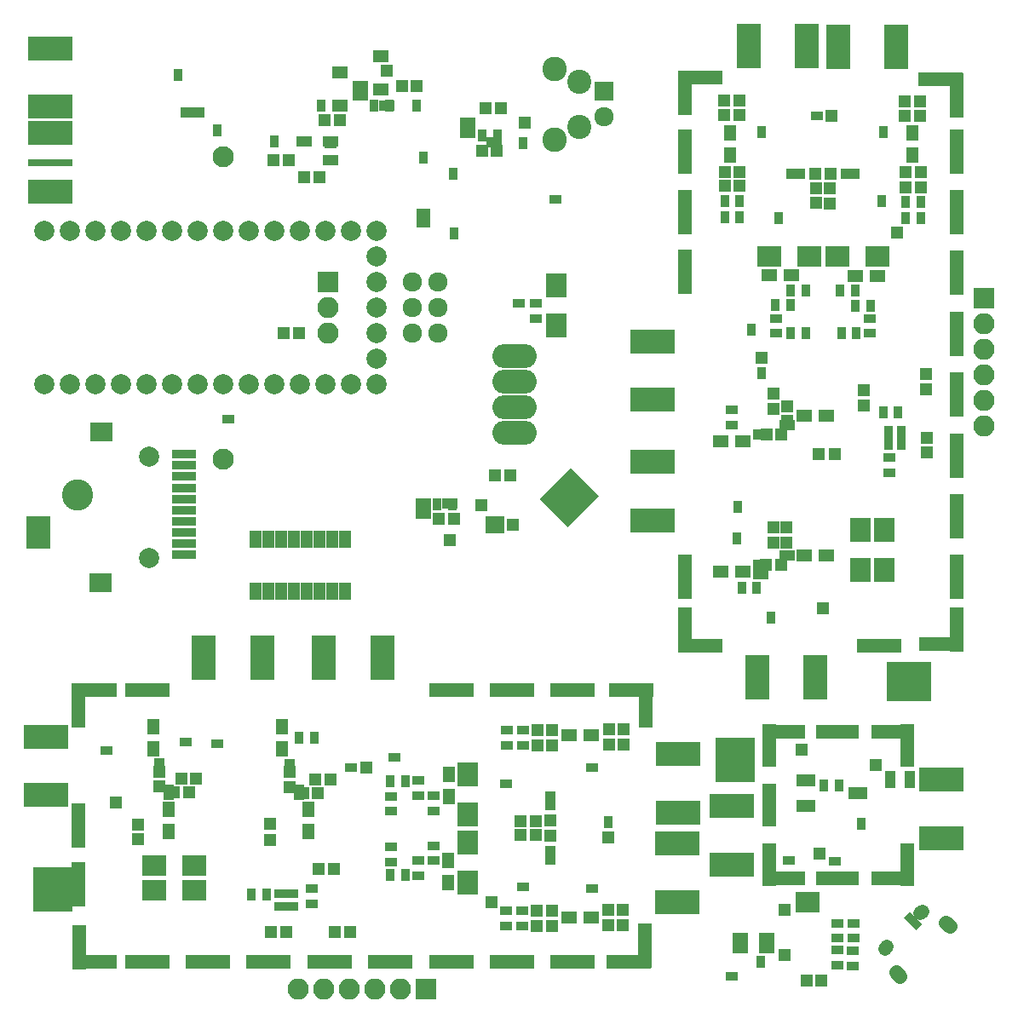
<source format=gbr>
G04 #@! TF.GenerationSoftware,KiCad,Pcbnew,(5.1.5-0-10_14)*
G04 #@! TF.CreationDate,2020-04-08T11:50:53-04:00*
G04 #@! TF.ProjectId,FEA,4645412e-6b69-4636-9164-5f7063625858,rev?*
G04 #@! TF.SameCoordinates,Original*
G04 #@! TF.FileFunction,Soldermask,Bot*
G04 #@! TF.FilePolarity,Negative*
%FSLAX46Y46*%
G04 Gerber Fmt 4.6, Leading zero omitted, Abs format (unit mm)*
G04 Created by KiCad (PCBNEW (5.1.5-0-10_14)) date 2020-04-08 11:50:53*
%MOMM*%
%LPD*%
G04 APERTURE LIST*
%ADD10R,4.440000X1.400000*%
%ADD11R,1.400000X4.440000*%
%ADD12R,2.400000X2.000000*%
%ADD13R,1.200000X1.150000*%
%ADD14R,1.000000X1.950000*%
%ADD15C,0.100000*%
%ADD16R,1.000000X1.500000*%
%ADD17R,1.150000X1.200000*%
%ADD18R,1.200000X1.200000*%
%ADD19R,1.300000X1.600000*%
%ADD20R,1.600000X1.300000*%
%ADD21R,2.100000X2.100000*%
%ADD22O,2.100000X2.100000*%
%ADD23R,0.900000X1.300000*%
%ADD24R,1.300000X0.900000*%
%ADD25R,4.400000X2.400000*%
%ADD26R,2.400000X4.400000*%
%ADD27R,2.400000X0.900000*%
%ADD28R,2.000000X2.400000*%
%ADD29R,4.210000X1.400000*%
%ADD30R,1.400000X4.210000*%
%ADD31R,1.943000X1.162000*%
%ADD32R,1.620000X1.020000*%
%ADD33R,1.100000X1.700000*%
%ADD34C,1.350000*%
%ADD35C,1.400000*%
%ADD36R,1.162000X1.800000*%
%ADD37R,1.400000X1.900000*%
%ADD38R,2.400000X3.200000*%
%ADD39C,3.100000*%
%ADD40R,1.924000X1.924000*%
%ADD41C,1.924000*%
%ADD42R,1.900000X1.700000*%
%ADD43R,2.400000X1.100000*%
%ADD44R,1.500000X1.000000*%
%ADD45R,2.200000X1.900000*%
%ADD46C,2.000000*%
%ADD47R,4.400000X0.780000*%
%ADD48C,2.432000*%
%ADD49C,2.400000*%
%ADD50O,4.400000X2.400000*%
%ADD51C,2.100000*%
%ADD52R,1.950000X1.000000*%
%ADD53R,0.900000X2.400000*%
G04 APERTURE END LIST*
D10*
X110950000Y-96525000D03*
D11*
X104150000Y-98025000D03*
D10*
X105750000Y-96525000D03*
X105750000Y-123525000D03*
D11*
X104250000Y-122025000D03*
X160450000Y-121925000D03*
D10*
X158850000Y-123525000D03*
D11*
X160550000Y-98025000D03*
D10*
X159050000Y-96525000D03*
D11*
X104150000Y-115825000D03*
D10*
X147220000Y-96525000D03*
X153265000Y-96525000D03*
X110950000Y-123495000D03*
X116995000Y-123495000D03*
X123040000Y-123495000D03*
X129085000Y-123495000D03*
X135130000Y-123495000D03*
X141175000Y-123495000D03*
X147220000Y-123495000D03*
X153265000Y-123495000D03*
D11*
X104150000Y-109925000D03*
D10*
X141250000Y-96525000D03*
D12*
X115650000Y-116350000D03*
X111650000Y-116350000D03*
D13*
X115850000Y-105300000D03*
X114350000Y-105300000D03*
D14*
X151035000Y-112925000D03*
X151035000Y-107525000D03*
D15*
G36*
X103550000Y-118500000D02*
G01*
X99650000Y-118500000D01*
X99650000Y-114100000D01*
X103550000Y-114100000D01*
X103550000Y-118500000D01*
G37*
D16*
X126040000Y-106675000D03*
X125090000Y-104075000D03*
X112180000Y-104030000D03*
X113130000Y-106630000D03*
D12*
X115650000Y-113950000D03*
X111650000Y-113950000D03*
D13*
X115100000Y-106650000D03*
X113600000Y-106650000D03*
X110055000Y-111305000D03*
X110055000Y-109830000D03*
D17*
X112180000Y-104580000D03*
X112180000Y-106080000D03*
D13*
X127950000Y-106700000D03*
X126450000Y-106700000D03*
X123190000Y-109800000D03*
X123190000Y-111420000D03*
D17*
X125100000Y-104600000D03*
X125100000Y-106100000D03*
D13*
X127650000Y-105350000D03*
X129150000Y-105350000D03*
D17*
X132750000Y-104150000D03*
D13*
X149610000Y-109550000D03*
X148110000Y-109550000D03*
D17*
X151050000Y-109475000D03*
X151050000Y-110975000D03*
D13*
X149600000Y-110900000D03*
X148100000Y-110900000D03*
D17*
X145220000Y-117560000D03*
D13*
X156800000Y-111100000D03*
X123300000Y-120550000D03*
X124800000Y-120550000D03*
X128000000Y-114300000D03*
X129500000Y-114300000D03*
X131100000Y-120500000D03*
X129600000Y-120500000D03*
D17*
X149800000Y-101950000D03*
X149800000Y-100450000D03*
X149700000Y-119950000D03*
X149700000Y-118450000D03*
X151200000Y-100450000D03*
X151200000Y-101950000D03*
X151200000Y-119950000D03*
X151200000Y-118450000D03*
X158300000Y-100400000D03*
X158300000Y-101900000D03*
X158200000Y-119850000D03*
X158200000Y-118350000D03*
X156900000Y-100400000D03*
X156900000Y-101900000D03*
X156800000Y-118350000D03*
X156800000Y-119850000D03*
D18*
X107855000Y-107655000D03*
D19*
X113130000Y-110530000D03*
X113130000Y-108330000D03*
X111600000Y-100100000D03*
X111600000Y-102300000D03*
X126950000Y-110550000D03*
X126950000Y-108350000D03*
X124400000Y-100100000D03*
X124400000Y-102300000D03*
X140950000Y-104860000D03*
X140950000Y-107060000D03*
X140860000Y-115640000D03*
X140860000Y-113440000D03*
D20*
X152900000Y-101000000D03*
X155100000Y-101000000D03*
X152900000Y-119100000D03*
X155100000Y-119100000D03*
D21*
X138690000Y-126200000D03*
D22*
X136150000Y-126200000D03*
X133610000Y-126200000D03*
X131070000Y-126200000D03*
X128530000Y-126200000D03*
X125990000Y-126200000D03*
D23*
X135150000Y-114900000D03*
X136650000Y-114900000D03*
X135150000Y-105550000D03*
X136650000Y-105550000D03*
D24*
X135200000Y-113550000D03*
X135200000Y-112050000D03*
X135200000Y-107050000D03*
X135200000Y-108550000D03*
X106905000Y-102505000D03*
X114800000Y-101650000D03*
D23*
X127540000Y-101200000D03*
X126040000Y-101200000D03*
D24*
X131250000Y-104150000D03*
X135550000Y-103150000D03*
X146600000Y-105800000D03*
X137950000Y-107000000D03*
X137950000Y-105500000D03*
X155200000Y-104150000D03*
X139450000Y-107020000D03*
X139450000Y-108520000D03*
X139420000Y-113450000D03*
X139420000Y-111950000D03*
X155200000Y-116200000D03*
X137930000Y-113440000D03*
X137930000Y-114940000D03*
X148290000Y-116060000D03*
D23*
X156800000Y-109600000D03*
X122800000Y-116800000D03*
X121300000Y-116800000D03*
D24*
X146700000Y-101950000D03*
X146700000Y-100450000D03*
X127300000Y-117700000D03*
X127300000Y-116200000D03*
X146650000Y-119950000D03*
X146650000Y-118450000D03*
X148300000Y-101950000D03*
X148300000Y-100450000D03*
X148200000Y-119950000D03*
X148200000Y-118450000D03*
D25*
X100950000Y-101100000D03*
X100950000Y-106900000D03*
D26*
X116600000Y-93280000D03*
X122400000Y-93280000D03*
X128550000Y-93290000D03*
X134350000Y-93290000D03*
D25*
X163700000Y-108650000D03*
X163700000Y-102850000D03*
X163650000Y-111750000D03*
X163650000Y-117550000D03*
D27*
X124800000Y-118000000D03*
X124800000Y-116730000D03*
D24*
X117950000Y-101800000D03*
D28*
X142830000Y-108860000D03*
X142830000Y-104860000D03*
X142810000Y-111640000D03*
X142810000Y-115640000D03*
D29*
X179600000Y-115185000D03*
X179600000Y-100615000D03*
D30*
X172755000Y-107900000D03*
X172800000Y-102000000D03*
D29*
X174200000Y-100615000D03*
D30*
X172800000Y-113800000D03*
D29*
X174200000Y-115200000D03*
D30*
X186500000Y-102000000D03*
D29*
X185100000Y-100615000D03*
D30*
X186500000Y-113800000D03*
D29*
X185100000Y-115200000D03*
D24*
X179300000Y-113500000D03*
D23*
X178250000Y-106000000D03*
X179750000Y-106000000D03*
X181950000Y-109800000D03*
D17*
X183400000Y-103950000D03*
D15*
G36*
X167450000Y-101200000D02*
G01*
X171350000Y-101200000D01*
X171350000Y-105600000D01*
X167450000Y-105600000D01*
X167450000Y-101200000D01*
G37*
D13*
X176000000Y-102400000D03*
D25*
X169100000Y-108000000D03*
X169100000Y-113800000D03*
X189900000Y-111200000D03*
X189900000Y-105400000D03*
D13*
X177750000Y-112700000D03*
D17*
X174300000Y-118300000D03*
X174300000Y-122850000D03*
D12*
X176600000Y-117600000D03*
D17*
X176500000Y-125350000D03*
X178000000Y-125350000D03*
D24*
X174750000Y-113450000D03*
X169100000Y-124950000D03*
D23*
X171950000Y-123500000D03*
D24*
X179550000Y-122350000D03*
X179550000Y-123850000D03*
X181100000Y-122400000D03*
X181100000Y-123900000D03*
X179600000Y-119650000D03*
X179600000Y-121150000D03*
X181200000Y-121150000D03*
X181200000Y-119650000D03*
D31*
X176396500Y-108005000D03*
X181603500Y-106735000D03*
X176396500Y-105465000D03*
D32*
X172520000Y-121150000D03*
X172520000Y-122100000D03*
X169900000Y-121150000D03*
X169900000Y-122100000D03*
D33*
X184850000Y-105400000D03*
X186750000Y-105400000D03*
D15*
G36*
X187966206Y-119762043D02*
G01*
X187400521Y-120327728D01*
X186163084Y-119090291D01*
X186728769Y-118524606D01*
X187966206Y-119762043D01*
G37*
D34*
X184271573Y-122219239D02*
X184483705Y-122007107D01*
X187807107Y-118683705D02*
X188019239Y-118471573D01*
D35*
X185774174Y-124923922D02*
X185385266Y-124535014D01*
X190723922Y-119974174D02*
X190335014Y-119585266D01*
D36*
X124250000Y-86675000D03*
X125520000Y-86675000D03*
X126790000Y-86675000D03*
X128060000Y-86675000D03*
X129330000Y-86675000D03*
X130600000Y-86675000D03*
X121750000Y-81475000D03*
X123020000Y-81475000D03*
X124290000Y-81475000D03*
X125560000Y-81475000D03*
X126830000Y-81475000D03*
X128100000Y-81475000D03*
X129370000Y-81475000D03*
X130650000Y-81475000D03*
X123050000Y-86675000D03*
X121750000Y-86675000D03*
D20*
X130125000Y-35075000D03*
X130125000Y-38375000D03*
D21*
X128900000Y-55970000D03*
D22*
X128900000Y-58510000D03*
X128900000Y-61050000D03*
D37*
X138425000Y-49575000D03*
D38*
X100175000Y-80825000D03*
D39*
X104075000Y-77125000D03*
D28*
X151625000Y-56275000D03*
X151625000Y-60275000D03*
D20*
X134200000Y-33500000D03*
X134200000Y-36800000D03*
D40*
X156350000Y-36980000D03*
D41*
X156350000Y-39520000D03*
D42*
X145570000Y-80070000D03*
D43*
X115505000Y-39120000D03*
D32*
X141060000Y-77975000D03*
X138440000Y-77975000D03*
X138440000Y-78925000D03*
D44*
X145425000Y-42025000D03*
X142825000Y-41075000D03*
X142825000Y-40125000D03*
X132175000Y-36475000D03*
X132175000Y-37425000D03*
X134775000Y-38375000D03*
D45*
X106350000Y-85800000D03*
X106450000Y-70850000D03*
D27*
X114650000Y-73050000D03*
X114650000Y-74161100D03*
X114650000Y-75272200D03*
X114650000Y-76383300D03*
X114650000Y-77494400D03*
X114650000Y-78605500D03*
X114650000Y-79716600D03*
X114650000Y-80827700D03*
X114650000Y-81938800D03*
X114650000Y-83049900D03*
D46*
X111150000Y-73250000D03*
X111150000Y-83400000D03*
D44*
X129175000Y-41950000D03*
X126575000Y-41950000D03*
X129175000Y-43850000D03*
D25*
X101375000Y-46950000D03*
D47*
X101375000Y-44050000D03*
D25*
X101375000Y-41150000D03*
X101375000Y-38500000D03*
X101375000Y-32700000D03*
D48*
X151425000Y-41800000D03*
X151425000Y-34800000D03*
D49*
X153925000Y-40550000D03*
X153925000Y-36050000D03*
D46*
X133760000Y-58500000D03*
X133760000Y-55960000D03*
X133760000Y-53420000D03*
X133760000Y-50880000D03*
X133760000Y-61040000D03*
X133760000Y-63580000D03*
X133760000Y-66120000D03*
X131220000Y-50880000D03*
X128680000Y-50880000D03*
X126140000Y-50880000D03*
X123600000Y-50880000D03*
X121060000Y-50880000D03*
X118520000Y-50880000D03*
X115980000Y-50880000D03*
X113440000Y-50880000D03*
X110900000Y-50880000D03*
X108360000Y-50880000D03*
X105820000Y-50880000D03*
X103280000Y-50880000D03*
X100740000Y-50880000D03*
X131220000Y-66120000D03*
X128680000Y-66120000D03*
X126140000Y-66120000D03*
X123600000Y-66120000D03*
X121060000Y-66120000D03*
X118520000Y-66120000D03*
X115980000Y-66120000D03*
X113440000Y-66120000D03*
X110900000Y-66120000D03*
X108360000Y-66120000D03*
X105820000Y-66120000D03*
X103280000Y-66120000D03*
X100740000Y-66120000D03*
D13*
X139940000Y-79450000D03*
X141440000Y-79450000D03*
D17*
X141060000Y-81620000D03*
D13*
X144170000Y-78140000D03*
D17*
X147310000Y-80070000D03*
X147025000Y-75175000D03*
X145500000Y-75175000D03*
D13*
X145725000Y-42875000D03*
X144225000Y-42875000D03*
X148475000Y-40125000D03*
X144600000Y-38625000D03*
X146100000Y-38625000D03*
X134775000Y-34950000D03*
X136275000Y-36475000D03*
X137775000Y-36475000D03*
X128600000Y-39850000D03*
X130100000Y-39850000D03*
X124575000Y-61050000D03*
X126075000Y-61050000D03*
X123550000Y-43850000D03*
X125050000Y-43850000D03*
X126575000Y-45500000D03*
X128075000Y-45500000D03*
D23*
X139790000Y-78010000D03*
X141290000Y-78010000D03*
D24*
X147900000Y-58075000D03*
X149575000Y-59575000D03*
X149575000Y-58075000D03*
D23*
X138425000Y-43575000D03*
X141400000Y-45150000D03*
X148325000Y-42150000D03*
X144250000Y-41325000D03*
X145750000Y-41325000D03*
X137700000Y-38375000D03*
X133500000Y-38375000D03*
X135000000Y-38375000D03*
X128300000Y-38375000D03*
X114005000Y-35395000D03*
X117950000Y-40900000D03*
D24*
X151525000Y-47750000D03*
X119025000Y-69525000D03*
D23*
X123600000Y-41950000D03*
D24*
X129175000Y-42225000D03*
X129175000Y-43725000D03*
D15*
G36*
X153101777Y-74415507D02*
G01*
X155859493Y-77173223D01*
X152748223Y-80284493D01*
X149990507Y-77526777D01*
X153101777Y-74415507D01*
G37*
D23*
X141425000Y-51075000D03*
D50*
X147475000Y-63310000D03*
X147475000Y-65850000D03*
X147475000Y-68390000D03*
X147475000Y-70930000D03*
D51*
X118550000Y-73500000D03*
X118550000Y-43500000D03*
D41*
X139820000Y-55960000D03*
X139820000Y-58500000D03*
X139820000Y-61040000D03*
X137280000Y-61040000D03*
X137280000Y-58500000D03*
X137280000Y-55960000D03*
D23*
X171550000Y-86300000D03*
X170050000Y-86300000D03*
D17*
X174500000Y-80350000D03*
X174500000Y-81850000D03*
D11*
X164425000Y-85250000D03*
D10*
X165925000Y-92050000D03*
D11*
X164425000Y-90450000D03*
X191425000Y-90450000D03*
D10*
X189925000Y-91950000D03*
X189825000Y-35750000D03*
D11*
X191425000Y-37350000D03*
D10*
X165925000Y-35650000D03*
D11*
X164425000Y-37150000D03*
D10*
X183725000Y-92050000D03*
D11*
X164425000Y-48980000D03*
X164425000Y-42935000D03*
X191395000Y-85250000D03*
X191395000Y-79205000D03*
X191395000Y-73160000D03*
X191395000Y-67115000D03*
X191395000Y-61070000D03*
X191395000Y-55025000D03*
X191395000Y-48980000D03*
X191395000Y-42935000D03*
X164425000Y-54950000D03*
D44*
X171930000Y-84970000D03*
X171930000Y-84020000D03*
X174530000Y-83070000D03*
D28*
X184250000Y-80550000D03*
X184250000Y-84550000D03*
D17*
X173200000Y-80350000D03*
X173200000Y-81850000D03*
D52*
X180825000Y-45165000D03*
X175425000Y-45165000D03*
D15*
G36*
X188900000Y-93650000D02*
G01*
X188900000Y-97550000D01*
X184500000Y-97550000D01*
X184500000Y-93650000D01*
X188900000Y-93650000D01*
G37*
D44*
X174575000Y-70160000D03*
X171975000Y-71110000D03*
D28*
X181850000Y-80550000D03*
X181850000Y-84550000D03*
D13*
X172480000Y-84000000D03*
X173980000Y-84000000D03*
D17*
X174600000Y-68250000D03*
X174600000Y-69750000D03*
X177700000Y-73010000D03*
X179320000Y-73010000D03*
D13*
X172500000Y-71100000D03*
X174000000Y-71100000D03*
D17*
X173250000Y-68550000D03*
X173250000Y-67050000D03*
D13*
X172050000Y-63450000D03*
D17*
X177450000Y-46590000D03*
X177450000Y-48090000D03*
D13*
X177375000Y-45150000D03*
X178875000Y-45150000D03*
D17*
X178800000Y-46600000D03*
X178800000Y-48100000D03*
D13*
X185460000Y-50980000D03*
D17*
X179000000Y-39400000D03*
X188450000Y-72900000D03*
X188450000Y-71400000D03*
X182200000Y-68200000D03*
X182200000Y-66700000D03*
X188400000Y-65100000D03*
X188400000Y-66600000D03*
D13*
X169850000Y-46400000D03*
X168350000Y-46400000D03*
X187850000Y-46500000D03*
X186350000Y-46500000D03*
X168350000Y-45000000D03*
X169850000Y-45000000D03*
X187850000Y-45000000D03*
X186350000Y-45000000D03*
X168300000Y-37900000D03*
X169800000Y-37900000D03*
X187750000Y-38000000D03*
X186250000Y-38000000D03*
X168300000Y-39300000D03*
X169800000Y-39300000D03*
X186250000Y-39400000D03*
X187750000Y-39400000D03*
D18*
X178155000Y-88345000D03*
D20*
X178430000Y-83070000D03*
X176230000Y-83070000D03*
X168000000Y-84700000D03*
X170200000Y-84700000D03*
X178450000Y-69250000D03*
X176250000Y-69250000D03*
X168000000Y-71800000D03*
X170200000Y-71800000D03*
X172760000Y-55250000D03*
X174960000Y-55250000D03*
X183540000Y-55340000D03*
X181340000Y-55340000D03*
D19*
X168900000Y-43300000D03*
X168900000Y-41100000D03*
X187000000Y-43300000D03*
X187000000Y-41100000D03*
D21*
X194100000Y-57510000D03*
D22*
X194100000Y-60050000D03*
X194100000Y-62590000D03*
X194100000Y-65130000D03*
X194100000Y-67670000D03*
X194100000Y-70210000D03*
D24*
X182800000Y-61050000D03*
X182800000Y-59550000D03*
X173450000Y-61050000D03*
X173450000Y-59550000D03*
D23*
X181450000Y-61000000D03*
X179950000Y-61000000D03*
X174950000Y-61000000D03*
X176450000Y-61000000D03*
X173005000Y-89295000D03*
X169550000Y-81400000D03*
D24*
X169100000Y-68660000D03*
X169100000Y-70160000D03*
D23*
X172050000Y-64950000D03*
X171050000Y-60650000D03*
X173700000Y-49600000D03*
X174900000Y-58250000D03*
X173400000Y-58250000D03*
X172050000Y-41000000D03*
X174920000Y-56750000D03*
X176420000Y-56750000D03*
X181350000Y-56780000D03*
X179850000Y-56780000D03*
X184100000Y-41000000D03*
X181340000Y-58270000D03*
X182840000Y-58270000D03*
X183960000Y-47910000D03*
D24*
X177500000Y-39400000D03*
X184700000Y-73400000D03*
X184700000Y-74900000D03*
D23*
X169850000Y-49500000D03*
X168350000Y-49500000D03*
X185600000Y-68900000D03*
X184100000Y-68900000D03*
X187850000Y-49550000D03*
X186350000Y-49550000D03*
X169850000Y-47900000D03*
X168350000Y-47900000D03*
X187850000Y-48000000D03*
X186350000Y-48000000D03*
D26*
X171600000Y-95250000D03*
X177400000Y-95250000D03*
D25*
X161180000Y-79600000D03*
X161180000Y-73800000D03*
X161190000Y-67650000D03*
X161190000Y-61850000D03*
D26*
X176550000Y-32500000D03*
X170750000Y-32500000D03*
X179650000Y-32550000D03*
X185450000Y-32550000D03*
D53*
X185900000Y-71400000D03*
X184630000Y-71400000D03*
D23*
X169700000Y-78250000D03*
D12*
X176760000Y-53370000D03*
X172760000Y-53370000D03*
X179540000Y-53390000D03*
X183540000Y-53390000D03*
M02*

</source>
